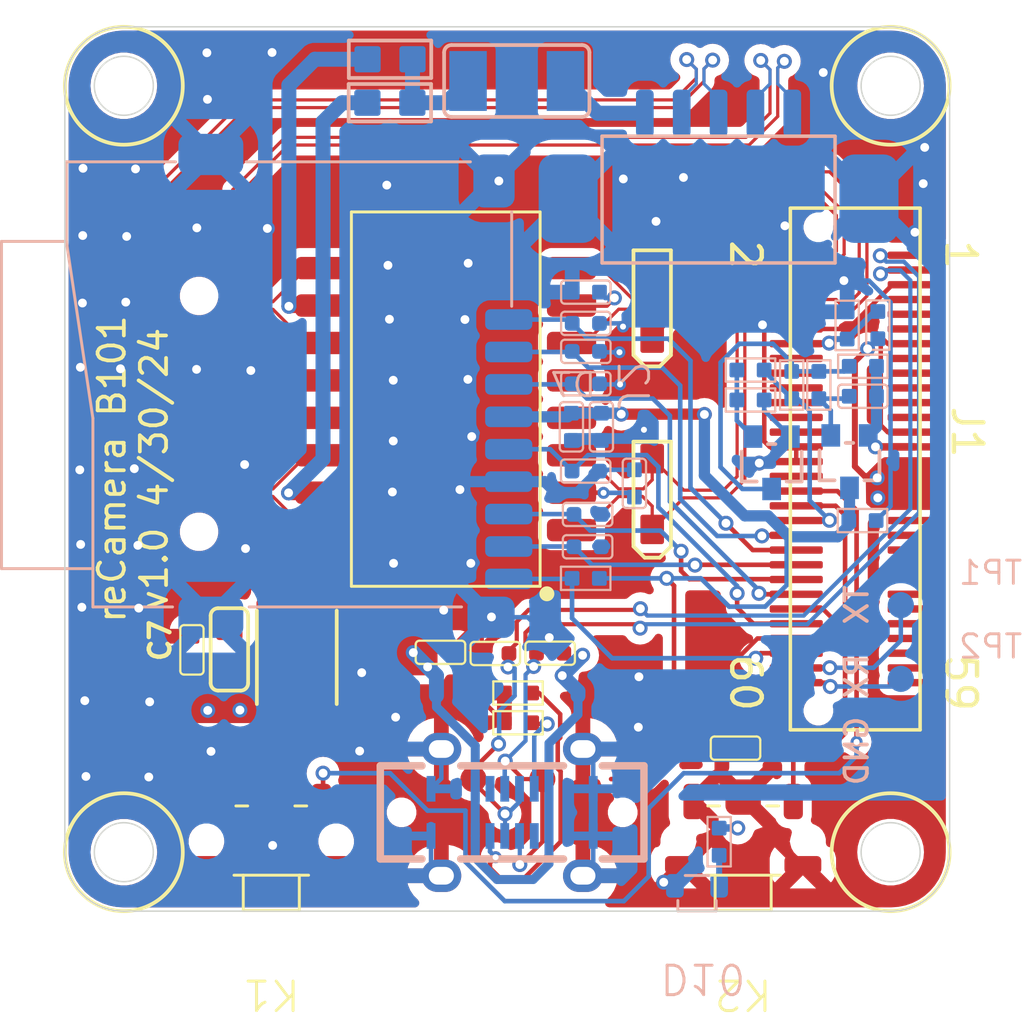
<source format=kicad_pcb>
(kicad_pcb (version 20240108) (generator "pcbnew") (generator_version "8.0")
  (layers (0 "F.Cu" signal) (1 "In1.Cu" signal) (2 "In2.Cu" signal) (31 "B.Cu" signal) (34 "B.Paste" user) (35 "F.Paste" user) (36 "B.SilkS" user "B.Silkscreen") (37 "F.SilkS" user "F.Silkscreen") (38 "B.Mask" user) (39 "F.Mask" user) (44 "Edge.Cuts" user))
  (net 0 "")
  (net 1 "+3V3")
  (net 2 "GND")
  (net 3 "Net-(C3-Pad2)")
  (net 4 "Net-(C4-Pad2)")
  (net 5 "+5V")
  (net 6 "USB_DN")
  (net 7 "USB_DP")
  (net 8 "SDIO_D1{slash}3V3")
  (net 9 "SDIO_D0{slash}3V3")
  (net 10 "SDIO_CLK{slash}3V3")
  (net 11 "SDIO_CMD{slash}3V3")
  (net 12 "SDIO_D3{slash}3V3")
  (net 13 "SDIO_D2{slash}3V3")
  (net 14 "SD_PWR_3V3")
  (net 15 "USB_DET")
  (net 16 "DEBUG_UART0_TX")
  (net 17 "GPIO13")
  (net 18 "Net-(D10-+)")
  (net 19 "GPIO12")
  (net 20 "IIC1_SDA")
  (net 21 "IIC2_SCL")
  (net 22 "SDIO_CD{slash}3V3")
  (net 23 "nRESET")
  (net 24 "IIC2_SDA")
  (net 25 "EPHY_TXN")
  (net 26 "EPHY_RXP")
  (net 27 "PWR_WAKEUP1")
  (net 28 "IIC1_SCL")
  (net 29 "EPHY_RXN")
  (net 30 "UPGRAD_KEY{slash}WL_BT_EN")
  (net 31 "DEBUG_UART0_RX")
  (net 32 "EPHY_TXP")
  (net 33 "GNDPWR")
  (net 34 "Net-(C5-Pad1)")
  (net 35 "SD1_CLK")
  (net 36 "SD1_CMD")
  (net 37 "SD1_D0")
  (net 38 "SD1_D1")
  (net 39 "SD1_D2")
  (net 40 "SD1_D3")
  (net 41 "BT_UART1_TX")
  (net 42 "BT_UART1_RX")
  (net 43 "BT_UART1_RTS")
  (net 44 "BT_UART1_CTS")
  (net 49 "Net-(Q2-G)")
  (net 51 "SD0_PWR_EN")
  (net 52 "VIN")
  (net 57 "RESERVE1")
  (net 60 "RESERVE2")
  (net 62 "Net-(R13-Pad2)")
  (net 63 "Net-(R14-Pad2)")
  (net 64 "/PHYTXN")
  (net 65 "/PHYTXP")
  (net 66 "/PHYRXP")
  (net 67 "/PHYRXN")
  (net 68 "Net-(Q1-B)")
  (net 69 "Net-(Q1-C)")
  (net 70 "Net-(U1-CC1)")
  (net 72 "Net-(U1-CC2)")
  (footprint "Capacitor:C0402" (layer "F.Cu") (at 102.853 104.616 90)
    (property "Reference" "C7")
    (property "Value" "100nF")
  )
  (footprint "Resistor:R0402" (layer "F.Cu") (at 113.91 106.08 180)
    (property "Reference" "R6" (hide yes))
    (property "Value" "5.1K")
  )
  (footprint "Misc:TP-D35MIL" (layer "F.Cu") (at 114.733333 109)
    (property "Reference" "TP4" (hide yes))
    (property "Value" "Test Point" (hide yes))
  )
  (footprint "Misc:TP-D35MIL" (layer "F.Cu") (at 110.066667 109)
    (property "Reference" "TP6" (hide yes))
    (property "Value" "Test Point" (hide yes))
  )
  (footprint "Diode:ESD-0402" (layer "F.Cu") (at 115 104.73)
    (property "Reference" "D3" (hide yes))
    (property "Value" "ESDPSA0402V05")
  )
  (footprint "Diode:SOD-323" (layer "F.Cu") (at 118.46 99.33 90)
    (property "Reference" "D11" (hide yes))
    (property "Value" "UDD32C03L01")
  )
  (footprint "Connector:BTB60-Male-Female-0.5-17.7x4.4mm" (layer "F.Cu") (at 125.344 98.48 -90)
    (property "Reference" "J1")
    (property "Value" "ST-BTB-058060-A")
  )
  (footprint "Diode:SOD-323" (layer "F.Cu") (at 118.46 92.84 90)
    (property "Reference" "D12" (hide yes))
    (property "Value" "UDD32C03L01")
  )
  (footprint "Fuse:F1210" (layer "F.Cu") (at 106.409 104.87 90)
    (property "Reference" "F1" (hide yes))
    (property "Value" "2A")
  )
  (footprint "Misc:TP-D35MIL" (layer "F.Cu") (at 117.61 108.97)
    (property "Reference" "TP7" (hide yes))
    (property "Value" "Test Point" (hide yes))
  )
  (footprint "Diode:ESD-0402" (layer "F.Cu") (at 113.14 104.74 180)
    (property "Reference" "D2" (hide yes))
    (property "Value" "ESDPSA0402V05")
  )
  (footprint "Switch:SW5-SMD-4.56X2.3X1.9MM" (layer "F.Cu") (at 121.544 111.111 180)
    (property "Reference" "K2")
    (property "Value" "TD-1100AP-A4N-D1R")
  )
  (footprint "Capacitor:C0603" (layer "F.Cu") (at 104.123 104.6 90)
    (property "Reference" "C6" (hide yes))
    (property "Value" "10uF")
  )
  (footprint "Resistor:R0402" (layer "F.Cu") (at 113.91 107.09 180)
    (property "Reference" "R7" (hide yes))
    (property "Value" "5.1K")
  )
  (footprint "Misc:TP-D35MIL" (layer "F.Cu") (at 112.4 109)
    (property "Reference" "TP5" (hide yes))
    (property "Value" "Test Point" (hide yes))
  )
  (footprint "" (layer "F.Cu") (at 126.88 108.05)
    (property "Reference" "")
    (property "Value" "")
  )
  (footprint "Capacitor:C0402" (layer "F.Cu") (at 121.285 107.95 180)
    (property "Reference" "C9" (hide yes))
    (property "Value" "10pF")
  )
  (footprint "Switch:SW5-SMD-4.56X2.3X1.9MM" (layer "F.Cu") (at 105.544 111.111 180)
    (property "Reference" "K1")
    (property "Value" "TD-1100AP-A4N-D1R")
  )
  (footprint "Misc:TRF_16p_1d27_12d7x7d15x5d1mm" (layer "F.Cu") (at 111.46 96.11 90)
    (property "Reference" "T1" (hide yes))
    (property "Value" "KHX1631SR")
  )
  (footprint "Diode:ESD-0402" (layer "F.Cu") (at 111.28 104.7)
    (property "Reference" "D1" (hide yes))
    (property "Value" "ESDPSA0402V05")
  )
  (footprint "Capacitor:C1206" (layer "B.Cu") (at 113.8673 85.3177)
    (property "Reference" "C5" (hide yes))
    (property "Value" "1nF")
  )
  (footprint "Capacitor:C0402" (layer "B.Cu") (at 116.736 97.05 -90)
    (property "Reference" "C1" (hide yes))
    (property "Value" "1uF")
  )
  (footprint "Misc:TP-D35MIL" (layer "B.Cu") (at 126.89 105.6 180)
    (property "Reference" "TP2")
    (property "Value" "Test Point" (hide yes))
  )
  (footprint "Connector:MICRO-SD-CARD-9P" (layer "B.Cu") (at 113.595 95.66 90)
    (property "Reference" "J2")
    (property "Value" "ST-TF-003J")
  )
  (footprint "Resistor:R0402" (layer "B.Cu") (at 126.111 93.599 -90)
    (property "Reference" "R5" (hide yes))
    (property "Value" "20K")
  )
  (footprint "Transistor:SOT-323" (layer "B.Cu") (at 122.51 98.27 90)
    (property "Reference" "Q1" (hide yes))
    (property "Value" "S9013W")
  )
  (footprint "Capacitor:C0402" (layer "B.Cu") (at 125.603 96.012 180)
    (property "Reference" "C8" (hide yes))
    (property "Value" "100nF")
  )
  (footprint "Resistor:R0402" (layer "B.Cu") (at 123.19 95.631 -90)
    (property "Reference" "R24" (hide yes))
    (property "Value" "1K")
  )
  (footprint "Capacitor:C0402" (layer "B.Cu") (at 115.72 97.05 -90)
    (property "Reference" "C2" (hide yes))
    (property "Value" "100nF")
  )
  (footprint "Diode:ESD-0402" (layer "B.Cu") (at 116.205 98.552)
    (property "Reference" "D6" (hide yes))
    (property "Value" "ESDPSA0402V05")
  )
  (footprint "Diode:ESD-0402" (layer "B.Cu") (at 116.27 100.02)
    (property "Reference" "D5" (hide yes))
    (property "Value" "ESDPSA0402V05")
  )
  (footprint "Diode:ESD-0402" (layer "B.Cu") (at 116.21 95.59)
    (property "Reference" "D7")
    (property "Value" "ESDPSA0402V05")
  )
  (footprint "Resistor:R0402" (layer "B.Cu") (at 125.07 93.61 -90)
    (property "Reference" "R4" (hide yes))
    (property "Value" "10K")
  )
  (footprint "Resistor:R0603" (layer "B.Cu") (at 109.56475 86.05525 180)
    (property "Reference" "R14" (hide yes))
    (property "Value" "75R")
  )
  (footprint "Resistor:R0402" (layer "B.Cu") (at 121.793 96.139 180)
    (property "Reference" "R3" (hide yes))
    (property "Value" "100K")
  )
  (footprint "Resistor:R0402" (layer "B.Cu") (at 125.603 94.996)
    (property "Reference" "R22" (hide yes))
    (property "Value" "33K")
  )
  (footprint "Diode:ESD-0402" (layer "B.Cu") (at 116.27 101.12)
    (property "Reference" "D4" (hide yes))
    (property "Value" "ESDPSA0402V05")
  )
  (footprint "Capacitor:C0402" (layer "B.Cu") (at 117.856 98.97 -90)
    (property "Reference" "C3" (hide yes))
    (property "Value" "100nF")
  )
  (footprint "UM10B:TYPE-C-SMD_USB4120-03-C" (layer "B.Cu") (at 113.71 110.13 180)
    (property "Reference" "U1" (hide yes))
    (property "Value" "~" (hide yes))
  )
  (footprint "Connector:JST5_2P_1d25_7_9x4_3x3_4mm" (layer "B.Cu") (at 120.71 86.41 180)
    (property "Reference" "J3" (hide yes))
    (property "Value" "1.25-5A-WT")
  )
  (footprint "Diode:ESD-0402" (layer "B.Cu") (at 116.21 94.49)
    (property "Reference" "D8" (hide yes))
    (property "Value" "ESDPSA0402V05")
  )
  (footprint "Diode:LED2-0.6X1.7MM" (layer "B.Cu") (at 119.98 112.621)
    (property "Reference" "D10")
    (property "Value" "27-21/GHC-YR1S2M/3C")
  )
  (footprint "Mosfet:SOT-323" (layer "B.Cu") (at 125.15 98.23 90)
    (property "Reference" "Q2" (hide yes))
    (property "Value" "CJ2101")
  )
  (footprint "Resistor:R0603" (layer "B.Cu") (at 109.57 84.58 180)
    (property "Reference" "R13" (hide yes))
    (property "Value" "75R")
  )
  (footprint "Resistor:R0402" (layer "B.Cu") (at 124.11 95.631 -90)
    (property "Reference" "R20" (hide yes))
    (property "Value" "47K")
  )
  (footprint "Diode:ESD-0402" (layer "B.Cu") (at 116.21 93.54)
    (property "Reference" "D9" (hide yes))
    (property "Value" "ESDPSA0402V05")
  )
  (footprint "Misc:TP-D35MIL" (layer "B.Cu") (at 126.89 103.1 180)
    (property "Reference" "TP1")
    (property "Value" "Test Point" (hide yes))
  )
  (footprint "Resistor:R0402" (layer "B.Cu") (at 120.73 111.125 90)
    (property "Reference" "R1" (hide yes))
    (property "Value" "510R")
  )
  (footprint "Resistor:R0402" (layer "B.Cu") (at 125.59 100.23 180)
    (property "Reference" "R21" (hide yes))
    (property "Value" "100K")
  )
  (footprint "Capacitor:C0402" (layer "B.Cu") (at 116.21 92.48)
    (property "Reference" "C4" (hide yes))
    (property "Value" "100nF")
  )
  (footprint "Resistor:R0402" (layer "B.Cu") (at 121.793 95.123 180)
    (property "Reference" "R2" (hide yes))
    (property "Value" "1K")
  )
  (footprint "Resistor:R0402" (layer "B.Cu") (at 116.205 102.19)
    (property "Reference" "R23" (hide yes))
    (property "Value" "100K")
  )
  (gr_circle (center 100.544 111.48) (end 102.544 111.48) (stroke (width 0.127)) (fill none) (layer "F.SilkS"))
  (gr_circle (center 100.544 85.48) (end 102.544 85.48) (stroke (width 0.127)) (fill none) (layer "F.SilkS"))
  (gr_circle (center 126.544 111.48) (end 128.544 111.48) (stroke (width 0.127)) (fill none) (layer "F.SilkS"))
  (gr_circle (center 126.544 85.48) (end 128.544 85.48) (stroke (width 0.127)) (fill none) (layer "F.SilkS"))
  (gr_line (start 98.544 111.51) (end 98.544 85.48) (stroke (width 0.05)) (layer "Edge.Cuts"))
  (gr_circle (center 100.544 111.48) (end 101.544 111.48) (stroke (width 0.05)) (fill none) (layer "Edge.Cuts"))
  (gr_line (start 126.57 113.48) (end 100.544 113.48) (stroke (width 0.05)) (layer "Edge.Cuts"))
  (gr_arc (start 128.544 111.476) (mid 127.972042 112.886829) (end 126.57 113.48) (stroke (width 0.05)) (layer "Edge.Cuts"))
  (gr_circle (center 126.544 111.48) (end 127.544 111.48) (stroke (width 0.05)) (fill none) (layer "Edge.Cuts"))
  (gr_circle (center 126.544 85.48) (end 127.544 85.48) (stroke (width 0.05)) (fill none) (layer "Edge.Cuts"))
  (gr_arc (start 98.544 85.48) (mid 99.117579 84.070843) (end 100.519586 83.48) (stroke (width 0.05)) (layer "Edge.Cuts"))
  (gr_arc (start 126.54 83.48) (mid 127.95 84.049958) (end 128.544 85.45) (stroke (width 0.05)) (layer "Edge.Cuts"))
  (gr_arc (start 100.544 113.48) (mid 99.136 112.909214) (end 98.544 111.51) (stroke (width 0.05)) (layer "Edge.Cuts"))
  (gr_line (start 128.544 85.45) (end 128.544 111.476) (stroke (width 0.05)) (layer "Edge.Cuts"))
  (gr_line (start 100.519586 83.48) (end 126.54 83.48) (stroke (width 0.05)) (layer "Edge.Cuts"))
  (gr_circle (center 100.544 85.48) (end 101.544 85.48) (stroke (width 0.05)) (fill none) (layer "Edge.Cuts"))
  (gr_text "TX" (at 125.84 103.092 90) (layer "B.SilkS") (effects (font (size 0.762 0.762) (thickness 0.127)) (justify bottom mirror)))
  (gr_text "GND" (at 125.84 108.045 90) (layer "B.SilkS") (effects (font (size 0.762 0.762) (thickness 0.127)) (justify bottom mirror)))
  (gr_text "RX" (at 125.84 105.505 90) (layer "B.SilkS") (effects (font (size 0.762 0.762) (thickness 0.127)) (justify bottom mirror)))
  (gr_text "reCamera B101\nv1.0 4/30/24" (at 102.091 98.48 90) (layer "F.SilkS") (effects (font (size 0.889 0.889) (thickness 0.127)) (justify bottom)))
  (segment (start 126.03 97.73) (end 127.344 97.73) (width 0.254) (layer "F.Cu") (net 1))
  (via (at 126.03 97.73) (size 0.508) (drill 0.29972) (layers "F.Cu" "B.Cu") (net 1))
  (segment (start 126.03 97.73) (end 125.785 97.485) (width 0.254) (layer "B.Cu") (net 1))
  (segment (start 125.785 97.485) (end 125.785 97.341) (width 0.254) (layer "B.Cu") (net 1))
  (segment (start 126.0655 94.996) (end 126.0655 96.012) (width 0.381) (layer "B.Cu") (net 1))
  (segment (start 126.0655 96.012) (end 126.0655 97.0605) (width 0.381) (layer "B.Cu") (net 1))
  (segment (start 126.0655 97.0605) (end 125.785 97.341) (width 0.381) (layer "B.Cu") (net 1))
  (segment (start 126.21 93.995998) (end 126.172001 93.957999) (width 0.1524) (layer "F.Cu") (net 2))
  (segment (start 122.26 93.65) (end 122.26 97.545999) (width 0.1524) (layer "F.Cu") (net 2))
  (segment (start 122.2 93.59) (end 122.26 93.65) (width 0.1524) (layer "F.Cu") (net 2))
  (segment (start 124.61 103.863999) (end 124.243999 104.23) (width 0.1524) (layer "F.Cu") (net 2))
  (segment (start 123.344 93.73) (end 125.102432 93.73) (width 0.1524) (layer "F.Cu") (net 2))
  (segment (start 122.444001 93.73) (end 122.26 93.545999) (width 0.1524) (layer "F.Cu") (net 2))
  (segment (start 124.25 103.23) (end 124.61 103.59) (width 0.1524) (layer "F.Cu") (net 2))
  (segment (start 123.344 103.23) (end 124.25 103.23) (width 0.1524) (layer "F.Cu") (net 2))
  (segment (start 127.344 97.23) (end 126.444001 97.23) (width 0.1524) (layer "F.Cu") (net 2))
  (segment (start 122.444001 97.73) (end 123.344 97.73) (width 0.1524) (layer "F.Cu") (net 2))
  (segment (start 123.344 104.23) (end 122.029342 104.23) (width 0.1524) (layer "F.Cu") (net 2))
  (segment (start 125.944001 93.73) (end 125.102432 93.73) (width 0.1524) (layer "F.Cu") (net 2))
  (segment (start 115.02 104.3175) (end 115.4125 104.71) (width 0.1524) (layer "F.Cu") (net 2))
  (segment (start 122.14 98.23) (end 123.344 98.23) (width 0.1524) (layer "F.Cu") (net 2))
  (segment (start 122.09 98.28) (end 122.14 98.23) (width 0.1524) (layer "F.Cu") (net 2))
  (segment (start 112.6775 104.74) (end 112.6775 106.32) (width 0.1524) (layer "F.Cu") (net 2))
  (segment (start 123.344 93.73) (end 122.444001 93.73) (width 0.1524) (layer "F.Cu") (net 2))
  (segment (start 112.6775 103.8325) (end 113.01 103.5) (width 0.1524) (layer "F.Cu") (net 2))
  (segment (start 120.8225 105.436842) (end 120.8225 107.95) (width 0.1524) (layer "F.Cu") (net 2))
  (segment (start 122.26 92.39) (end 122.42 92.23) (width 0.1524) (layer "F.Cu") (net 2))
  (segment (start 122.2 93.59) (end 122.215999 93.59) (width 0.1524) (layer "F.Cu") (net 2))
  (segment (start 126.172001 93.957999) (end 125.944001 93.73) (width 0.1524) (layer "F.Cu") (net 2))
  (segment (start 122.215999 93.59) (end 122.26 93.545999) (width 0.1524) (layer "F.Cu") (net 2))
  (segment (start 112.6775 106.32) (end 113.4475 107.09) (width 0.1524) (layer "F.Cu") (net 2))
  (segment (start 112.6775 104.74) (end 111.7825 104.74) (width 0.1524) (layer "F.Cu") (net 2))
  (segment (start 125.102432 93.73) (end 126.602432 92.23) (width 0.1524) (layer "F.Cu") (net 2))
  (segment (start 126.444001 94.23) (end 126.172001 93.957999) (width 0.1524) (layer "F.Cu") (net 2))
  (segment (start 112.6775 104.74) (end 112.6775 103.8325) (width 0.1524) (layer "F.Cu") (net 2))
  (segment (start 122.26 97.545999) (end 122.444001 97.73) (width 0.1524) (layer "F.Cu") (net 2))
  (segment (start 124.243999 104.23) (end 123.344 104.23) (width 0.1524) (layer "F.Cu") (net 2))
  (segment (start 127.344 94.23) (end 126.444001 94.23) (width 0.1524) (layer "F.Cu") (net 2))
  (segment (start 126.602432 92.23) (end 127.344 92.23) (width 0.1524) (layer "F.Cu") (net 2))
  (segment (start 123.344 98.23) (end 123.344 97.73) (width 0.1524) (layer "F.Cu") (net 2))
  (segment (start 115.02 104.29) (end 115.02 104.3175) (width 0.1524) (layer "F.Cu") (net 2))
  (segment (start 126.21 96.995999) (end 126.21 93.995998) (width 0.1524) (layer "F.Cu") (net 2))
  (segment (start 122.26 93.545999) (end 122.26 92.39) (width 0.1524) (layer "F.Cu") (net 2))
  (segment (start 122.42 92.23) (end 123.344 92.23) (width 0.1524) (layer "F.Cu") (net 2))
  (segment (start 126.444001 97.23) (end 126.21 96.995999) (width 0.1524) (layer "F.Cu") (net 2))
  (segment (start 122.029342 104.23) (end 120.8225 105.436842) (width 0.1524) (layer "F.Cu") (net 2))
  (segment (start 124.61 103.59) (end 124.61 103.863999) (width 0.1524) (layer "F.Cu") (net 2))
  (segment (start 111.7825 104.74) (end 111.7425 104.7) (width 0.1524) (layer "F.Cu") (net 2))
  (via (at 99.08 101.04) (size 0.508) (drill 0.29972) (layers "F.Cu" "B.Cu") (net 2))
  (via (at 113.26 88.71) (size 0.508) (drill 0.29972) (layers "F.Cu" "B.Cu") (net 2))
  (via (at 117.48 88.64) (size 0.508) (drill 0.29972) (layers "F.Cu" "B.Cu") (net 2))
  (via (at 105.41 90.32) (size 0.508) (drill 0.29972) (layers "F.Cu" "B.Cu") (net 2))
  (via (at 99.14 92.85) (size 0.508) (drill 0.29972) (layers "F.Cu" "B.Cu") (net 2))
  (via (at 100.64 90.59) (size 0.508) (drill 0.29972) (layers "F.Cu" "B.Cu") (net 2))
  (via (at 100.94 88.3) (size 0.508) (drill 0.29972) (layers "F.Cu" "B.Cu") (net 2))
  (via (at 109.55 93.4) (size 0.508) (drill 0.29972) (layers "F.Cu" "B.Cu") (net 2))
  (via (at 119.52 88.59) (size 0.508) (drill 0.29972) (layers "F.Cu" "B.Cu") (net 2))
  (via (at 114.97 104.2) (size 0.508) (drill 0.29972) (layers "F.Cu" "B.Cu") (net 2))
  (via (at 122.2 93.59) (size 0.508) (drill 0.29972) (layers "F.Cu" "B.Cu") (net 2))
  (via (at 99.22 106.34) (size 0.508) (drill 0.29972) (layers "F.Cu" "B.Cu") (net 2))
  (via (at 104.64 98.33) (size 0.508) (drill 0.29972) (layers "F.Cu" "B.Cu") (net 2))
  (via (at 105.57 84.35) (size 0.508) (drill 0.29972) (layers "F.Cu" "B.Cu") (net 2))
  (via (at 100.43 95.08) (size 0.508) (drill 0.29972) (layers "F.Cu" "B.Cu") (net 2))
  (via (at 101.39 108.93) (size 0.508) (drill 0.29972) (layers "F.Cu" "B.Cu") (net 2))
  (via (at 127.65 88.8) (size 0.508) (drill 0.29972) (layers "F.Cu" "B.Cu") (net 2))
  (via (at 108.54 108.05) (size 0.508) (drill 0.29972) (layers "F.Cu" "B.Cu") (net 2))
  (via (at 117.35 94.52) (size 0.4064) (drill 0.2032) (layers "F.Cu" "B.Cu") (net 2))
  (via (at 127.7 87.57) (size 0.508) (drill 0.29972) (layers "F.Cu" "B.Cu") (net 2))
  (via (at 118.18 97.15) (size 0.4064) (drill 0.2032) (layers "F.Cu" "B.Cu") (net 2))
  (via (at 122.09 98.28) (size 0.508) (drill 0.29972) (layers "F.Cu" "B.Cu") (net 2))
  (via (at 101.02 101.07) (size 0.508) (drill 0.29972) (layers "F.Cu" "B.Cu") (net 2))
  (via (at 118.01 105.53) (size 0.508) (drill 0.29972) (layers "F.Cu" "B.Cu") (net 2))
  (via (at 117.99 107.24) (size 0.508) (drill 0.29972) (layers "F.Cu" "B.Cu") (net 2))
  (via (at 99.26 108.91) (size 0.508) (drill 0.29972) (layers "F.Cu" "B.Cu") (net 2))
  (via (at 99.16 88.28) (size 0.508) (drill 0.29972) (layers "F.Cu" "B.Cu") (net 2))
  (via (at 99.05 98.51) (size 0.508) (drill 0.29972) (layers "F.Cu" "B.Cu") (net 2))
  (via (at 109.65 99.26) (size 0.508) (drill 0.29972) (layers "F.Cu" "B.Cu") (net 2))
  (via (at 100.9 98.47) (size 0.508) (drill 0.29972) (layers "F.Cu" "B.Cu") (net 2))
  (via (at 101.05 103.2) (size 0.508) (drill 0.29972) (layers "F.Cu" "B.Cu") (net 2))
  (via (at 117.37 95.61) (size 0.4064) (drill 0.2032) (layers "F.Cu" "B.Cu") (net 2))
  (via (at 99.12 103.17) (size 0.508) (drill 0.29972) (layers "F.Cu" "B.Cu") (net 2))
  (via (at 117.47 93.65) (size 0.4064) (drill 0.2032) (layers "F.Cu" "B.Cu") (net 2))
  (via (at 109.68 95.47) (size 0.508) (drill 0.29972) (layers "F.Cu" "B.Cu") (net 2))
  (via (at 105.59 111.25) (size 0.508) (drill 0.29972) (layers "F.Cu" "B.Cu") (net 2))
  (via (at 112.22 91.5) (size 0.508) (drill 0.29972) (layers "F.Cu" "B.Cu") (net 2))
  (via (at 124.96 92.09) (size 0.508) (drill 0.29972) (layers "F.Cu" "B.Cu") (net 2))
  (via (at 99.15 90.56) (size 0.508) (drill 0.29972) (layers "F.Cu" "B.Cu") (net 2))
  (via (at 99.07 95.03) (size 0.508) (drill 0.29972) (layers "F.Cu" "B.Cu") (net 2))
  (via (at 109.69 101.68) (size 0.508) (drill 0.29972) (layers "F.Cu" "B.Cu") (net 2))
  (via (at 112.34 97.38) (size 0.508) (drill 0.29972) (layers "F.Cu" "B.Cu") (net 2))
  (via (at 108.61 105.39) (size 0.508) (drill 0.29972) (layers "F.Cu" "B.Cu") (net 2))
  (via (at 118.85 112.5) (size 0.508) (drill 0.29972) (layers "F.Cu" "B.Cu") (net 2))
  (via (at 111.39 103.27) (size 0.508) (drill 0.29972) (layers "F.Cu" "B.Cu") (net 2))
  (via (at 109.68 97.53) (size 0.508) (drill 0.29972) (layers "F.Cu" "B.Cu") (net 2))
  (via (at 103.38 85.94) (size 0.508) (drill 0.29972) (layers "F.Cu" "B.Cu") (net 2))
  (via (at 104.85 95.14) (size 0.508) (drill 0.29972) (layers "F.Cu" "B.Cu") (net 2))
  (via (at 101.42 106.38) (size 0.508) (drill 0.29972) (layers "F.Cu" "B.Cu") (net 2))
  (via (at 127.37 90.45) (size 0.508) (drill 0.29972) (layers "F.Cu" "B.Cu") (net 2))
  (via (at 103.36 84.36) (size 0.508) (drill 0.29972) (layers "F.Cu" "B.Cu") (net 2))
  (via (at 109.76 106.9) (size 0.508) (drill 0.29972) (layers "F.Cu" "B.Cu") (net 2))
  (via (at 112.11 93.41) (size 0.508) (drill 0.29972) (layers "F.Cu" "B.Cu") (net 2))
  (via (at 104.67 101.18) (size 0.508) (drill 0.29972) (layers "F.Cu" "B.Cu") (net 2))
  (via (at 113.01 103.5) (size 0.508) (drill 0.29972) (layers "F.Cu" "B.Cu") (net 2))
  (via (at 118.59 90.08) (size 0.508) (drill 0.29972) (layers "F.Cu" "B.Cu") (net 2))
  (via (at 112.31 101.68) (size 0.508) (drill 0.29972) (layers "F.Cu" "B.Cu") (net 2))
  (via (at 122.96 90.23) (size 0.508) (drill 0.29972) (layers "F.Cu" "B.Cu") (net 2))
  (via (at 124.26 85.03) (size 0.508) (drill 0.29972) (layers "F.Cu" "B.Cu") (net 2))
  (via (at 103.02 90.3) (size 0.508) (drill 0.29972) (layers "F.Cu" "B.Cu") (net 2))
  (via (at 109.46 88.85) (size 0.508) (drill 0.29972) (layers "F.Cu" "B.Cu") (net 2))
  (via (at 109.5 91.57) (size 0.508) (drill 0.29972) (layers "F.Cu" "B.Cu") (net 2))
  (via (at 100.61 92.82) (size 0.508) (drill 0.29972) (layers "F.Cu" "B.Cu") (net 2))
  (via (at 103.5 108.06) (size 0.508) (drill 0.29972) (layers "F.Cu" "B.Cu") (net 2))
  (via (at 111.94 99.18) (size 0.508) (drill 0.29972) (layers "F.Cu" "B.Cu") (net 2))
  (via (at 112.21 95.44) (size 0.508) (drill 0.29972) (layers "F.Cu" "B.Cu") (net 2))
  (via (at 103.01 95.1) (size 0.508) (drill 0.29972) (layers "F.Cu" "B.Cu") (net 2))
  (segment (start 122.2555 96.139) (end 122.2555 96.4915) (width 0.1524) (layer "B.Cu") (net 2))
  (segment (start 116.46 111.93) (end 116.11 112.28) (width 0.1524) (layer "B.Cu") (net 2))
  (segment (start 111.94 99.18) (end 112.21 98.91) (width 0.381) (layer "B.Cu") (net 2))
  (segment (start 116.46 109.502084) (end 116.473 109.489084) (width 0.1524) (layer "B.Cu") (net 2))
  (segment (start 117.856 98.5075) (end 116.712 98.5075) (width 0.1524) (layer "B.Cu") (net 2))
  (segment (start 116.46 109.33) (end 116.46 108.33) (width 0.1524) (layer "B.Cu") (net 2))
  (segment (start 111.31 107.98) (end 111.31 108.98) (width 0.1524) (layer "B.Cu") (net 2))
  (segment (start 110.96 111.93) (end 111.31 112.28) (width 0.1524) (layer "B.Cu") (net 2))
  (segment (start 117.35 94.52) (end 116.7025 94.52) (width 0.1524) (layer "B.Cu") (net 2))
  (segment (start 117.36 93.54) (end 116.6725 93.54) (width 0.1524) (layer "B.Cu") (net 2))
  (segment (start 126.5418 99.7407) (end 126.5418 92.8218) (width 0.1524) (layer "B.Cu") (net 2))
  (segment (start 114.82 98.91) (end 115.19 99.28) (width 0.381) (layer "B.Cu") (net 2))
  (segment (start 115.9395 99.28) (end 116.6675 98.552) (width 0.381) (layer "B.Cu") (net 2))
  (segment (start 116.7025 94.52) (end 116.6725 94.49) (width 0.1524) (layer "B.Cu") (net 2))
  (segment (start 116.46 109.466162) (end 116.528081 109.398081) (width 0.1016) (layer "B.Cu") (net 2))
  (segment (start 111.31 108.98) (end 110.96 109.33) (width 0.1524) (layer "B.Cu") (net 2))
  (segment (start 116.6925 95.61) (end 116.6725 95.59) (width 0.1524) (layer "B.Cu") (net 2))
  (segment (start 126.5418 92.8218) (end 125.81 92.09) (width 0.1524) (layer "B.Cu") (net 2))
  (segment (start 116.46 110.93) (end 116.46 109.502084) (width 0.1524) (layer "B.Cu") (net 2))
  (segment (start 112.21 98.91) (end 113.595 98.91) (width 0.381) (layer "B.Cu") (net 2))
  (segment (start 114.24 103.51) (end 115.02 104.29) (width 0.1524) (layer "B.Cu") (net 2))
  (segment (start 112.995 103.51) (end 114.24 103.51) (width 0.1524) (layer "B.Cu") (net 2))
  (segment (start 110.96 110.93) (end 110.96 111.93) (width 0.1524) (layer "B.Cu") (net 2))
  (segment (start 117.37 95.61) (end 116.6925 95.61) (width 0.1524) (layer "B.Cu") (net 2))
  (segment (start 115.72 97.5125) (end 116.736 97.5125) (width 0.3048) (layer "B.Cu") (net 2))
  (segment (start 115.19 99.28) (end 115.9395 99.28) (width 0.381) (layer "B.Cu") (net 2))
  (segment (start 116.46 110.93) (end 116.46 111.93) (width 0.1524) (layer "B.Cu") (net 2))
  (segment (start 126.0525 100.23) (end 126.5418 99.7407) (width 0.1524) (layer "B.Cu") (net 2))
  (segment (start 122.2555 96.4915) (end 123.145 97.381) (width 0.1524) (layer "B.Cu") (net 2))
  (segment (start 117.47 93.65) (end 117.36 93.54) (width 0.1524) (layer "B.Cu") (net 2))
  (segment (start 116.712 98.5075) (end 116.6675 98.552) (width 0.1524) (layer "B.Cu") (net 2))
  (segment (start 116.46 108.33) (end 116.11 107.98) (width 0.1524) (layer "B.Cu") (net 2))
  (segment (start 113.595 98.91) (end 114.82 98.91) (width 0.381) (layer "B.Cu") (net 2))
  (segment (start 125.81 92.09) (end 124.96 92.09) (width 0.1524) (layer "B.Cu") (net 2))
  (segment (start 116.805 99.285) (end 116.81 99.29) (width 0.156464) (layer "F.Cu") (net 3))
  (segment (start 115.725 99.285) (end 116.805 99.285) (width 0.156464) (layer "F.Cu") (net 3))
  (via (at 116.81 99.29) (size 0.4064) (drill 0.2032) (layers "F.Cu" "B.Cu") (net 3))
  (segment (start 117.621737 99.29) (end 117.625237 99.2935) (width 0.156464) (layer "B.Cu") (net 3))
  (segment (start 116.81 99.29) (end 117.621737 99.29) (width 0.156464) (layer "B.Cu") (net 3))
  (segment (start 116.919987 92.935) (end 115.725 92.935) (width 0.156464) (layer "F.Cu") (net 4))
  (segment (start 117.177521 92.677466) (end 116.919987 92.935) (width 0.156464) (layer "F.Cu") (net 4))
  (via (at 117.177521 92.677466) (size 0.508) (drill 0.29972) (layers "F.Cu" "B.Cu") (net 4))
  (segment (start 116.869966 92.677466) (end 116.6725 92.48) (width 0.156464) (layer "B.Cu") (net 4))
  (segment (start 117.177521 92.677466) (end 116.869966 92.677466) (width 0.156464) (layer "B.Cu") (net 4))
  (via (at 116.1 104.8) (size 0.508) (drill 0.29972) (layers "F.Cu" "B.Cu") (net 5))
  (via (at 110.845 105.195) (size 0.508) (drill 0.29972) (layers "F.Cu" "B.Cu") (net 5))
  (via (at 115.41 105.49) (size 0.508) (drill 0.29972) (layers "F.Cu" "B.Cu") (net 5))
  (via (at 110.36 104.71) (size 0.508) (drill 0.29972) (layers "F.Cu" "B.Cu") (net 5))
  (segment (start 111.144 106.551972) (end 111.144 106.175) (width 0.3048) (layer "B.Cu") (net 5))
  (segment (start 112.46 110.93) (end 112.46 109.33) (width 0.3048) (layer "B.Cu") (net 5))
  (segment (start 112.46 109.33) (end 112.46 107.867972) (width 0.3048) (layer "B.Cu") (net 5))
  (segment (start 112.46 111.6698) (end 112.46 110.93) (width 0.3048) (layer "B.Cu") (net 5))
  (segment (start 114.422 112.408) (end 113.1982 112.408) (width 0.3048) (layer "B.Cu") (net 5))
  (segment (start 114.96 109.33) (end 114.96 110.93) (width 0.3048) (layer "B.Cu") (net 5))
  (segment (start 110.845 105.195) (end 111.144 105.494) (width 0.508) (layer "B.Cu") (net 5))
  (segment (start 114.96 111.87) (end 114.422 112.408) (width 0.3048) (layer "B.Cu") (net 5))
  (segment (start 115.944 106.804421) (end 115.944 106.175) (width 0.3048) (layer "B.Cu") (net 5))
  (segment (start 111.144 105.494) (end 111.144 106.175) (width 0.508) (layer "B.Cu") (net 5))
  (segment (start 114.96 109.33) (end 114.96 107.788421) (width 0.3048) (layer "B.Cu") (net 5))
  (segment (start 113.1982 112.408) (end 112.46 111.6698) (width 0.3048) (layer "B.Cu") (net 5))
  (segment (start 115.41 105.49) (end 115.944 106.024) (width 0.503174) (layer "B.Cu") (net 5))
  (segment (start 114.96 107.788421) (end 115.944 106.804421) (width 0.3048) (layer "B.Cu") (net 5))
  (segment (start 110.36 104.71) (end 111.144 105.494) (width 0.508) (layer "B.Cu") (net 5))
  (segment (start 115.944 106.024) (end 115.944 106.175) (width 0.503174) (layer "B.Cu") (net 5))
  (segment (start 114.96 110.93) (end 114.96 111.87) (width 0.3048) (layer "B.Cu") (net 5))
  (segment (start 115.41 105.49) (end 116.1 104.8) (width 0.503174) (layer "B.Cu") (net 5))
  (segment (start 112.46 107.867972) (end 111.144 106.551972) (width 0.3048) (layer "B.Cu") (net 5))
  (segment (start 114.450971 103.747193) (end 117.917793 103.747193) (width 0.141986) (layer "F.Cu") (net 6))
  (segment (start 113.475793 108.39) (end 114.085793 109) (width 0.141986) (layer "F.Cu") (net 6))
  (segment (start 114.44 105.18) (end 114.44 104.7575) (width 0.141986) (layer "F.Cu") (net 6))
  (segment (start 114.162193 104.035971) (end 114.450971 103.747193) (width 0.141986) (layer "F.Cu") (net 6))
  (segment (start 126.209798 91.23) (end 127.344 91.23) (width 0.141986) (layer "F.Cu") (net 6))
  (segment (start 114.4875 104.71) (end 114.162193 104.384693) (width 0.141986) (layer "F.Cu") (net 6))
  (segment (start 114.085793 109) (end 114.733333 109) (width 0.141986) (layer "F.Cu") (net 6))
  (segment (start 117.917793 103.747193) (end 118.05 103.8794) (width 0.141986) (layer "F.Cu") (net 6))
  (segment (start 114.733333 111.136667) (end 113.97 111.9) (width 0.141986) (layer "F.Cu") (net 6))
  (segment (start 114.44 104.7575) (end 114.4875 104.71) (width 0.141986) (layer "F.Cu") (net 6))
  (segment (start 114.733333 109) (end 114.733333 111.136667) (width 0.141986) (layer "F.Cu") (net 6))
  (segment (start 114.162193 104.384693) (end 114.162193 104.035971) (width 0.141986) (layer "F.Cu") (net 6))
  (segment (start 126.194899 91.244899) (end 126.209798 91.23) (width 0.141986) (layer "F.Cu") (net 6))
  (via (at 118.05 103.8794) (size 0.508) (drill 0.29972) (layers "F.Cu" "B.Cu") (net 6))
  (via (at 126.194899 91.244899) (size 0.508) (drill 0.29972) (layers "F.Cu" "B.Cu") (net 6))
  (via (at 113.97 111.9) (size 0.508) (drill 0.29972) (layers "F.Cu" "B.Cu") (net 6))
  (via (at 114.44 105.18) (size 0.508) (drill 0.29972) (layers "F.Cu" "B.Cu") (net 6))
  (via (at 113.475793 108.39) (size 0.508) (drill 0.29972) (layers "F.Cu" "B.Cu") (net 6))
  (segment (start 113.97 110.94) (end 113.96 110.93) (width 0.141986) (layer "B.Cu") (net 6))
  (segment (start 113.46 108.405793) (end 113.46 109.33) (width 0.1524) (layer "B.Cu") (net 6))
  (segment (start 114.44 105.18) (end 114.165231 105.454769) (width 0.141986) (layer "B.Cu") (net 6))
  (segment (start 113.475793 108.39) (end 113.46 108.405793) (width 0.1524) (layer "B.Cu") (net 6))
  (segment (start 126.194899 91.244899) (end 126.39664 91.44664) (width 0.141986) (layer "B.Cu") (net 6))
  (segment (start 114.165231 107.700562) (end 113.475793 108.39) (width 0.141986) (layer "B.Cu") (net 6))
  (segment (start 114.165231 105.454769) (end 114.165231 107.700562) (width 0.141986) (layer "B.Cu") (net 6))
  (segment (start 127.507193 91.959029) (end 127.507193 99.960971) (width 0.141986) (layer "B.Cu") (net 6))
  (segment (start 126.39664 91.44664) (end 126.994804 91.44664) (width 0.141986) (layer "B.Cu") (net 6))
  (segment (start 118.182207 103.747193) (end 118.05 103.8794) (width 0.141986) (layer "B.Cu") (net 6))
  (segment (start 123.720971 103.747193) (end 118.182207 103.747193) (width 0.141986) (layer "B.Cu") (net 6))
  (segment (start 127.507193 99.960971) (end 123.720971 103.747193) (width 0.141986) (layer "B.Cu") (net 6))
  (segment (start 113.97 111.9) (end 113.97 110.94) (width 0.141986) (layer "B.Cu") (net 6))
  (segment (start 126.994804 91.44664) (end 127.507193 91.959029) (width 0.141986) (layer "B.Cu") (net 6))
  (segment (start 113.867807 103.662193) (end 114.27 103.26) (width 0.141986) (layer "F.Cu") (net 7))
  (segment (start 114.27 103.26) (end 118.02 103.26) (width 0.141986) (layer "F.Cu") (net 7))
  (segment (start 112.4 108.66) (end 112.4 109) (width 0.1524) (layer "F.Cu") (net 7))
  (segment (start 118.02 103.26) (end 118.06 103.22) (width 0.141986) (layer "F.Cu") (net 7))
  (segment (start 126.2 91.86) (end 126.33 91.73) (width 0.141986) (layer "F.Cu") (net 7))
  (segment (start 113.57 104.7175) (end 113.5525 104.7) (width 0.141986) (layer "F.Cu") (net 7))
  (segment (start 113.47 110.18) (end 112.4 109.11) (width 0.141986) (layer "F.Cu") (net 7))
  (segment (start 112.4 109.11) (end 112.4 109) (width 0.141986) (layer "F.Cu") (net 7))
  (segment (start 113.25 107.81) (end 112.4 108.66) (width 0.1524) (layer "F.Cu") (net 7))
  (segment (start 126.33 91.73) (end 127.344 91.73) (width 0.141986) (layer "F.Cu") (net 7))
  (segment (start 113.5525 104.7) (end 113.867807 104.384693) (width 0.141986) (layer "F.Cu") (net 7))
  (segment (start 113.867807 104.384693) (end 113.867807 103.662193) (width 0.141986) (layer "F.Cu") (net 7))
  (segment (start 113.57 105.1964) (end 113.57 104.7175) (width 0.141986) (layer "F.Cu") (net 7))
  (via (at 118.06 103.22) (size 0.508) (drill 0.29972) (layers "F.Cu" "B.Cu") (net 7))
  (via (at 126.2 91.86) (size 0.508) (drill 0.29972) (layers "F.Cu" "B.Cu") (net 7))
  (via (at 113.47 110.18) (size 0.508) (drill 0.29972) (layers "F.Cu" "B.Cu") (net 7))
  (via (at 113.57 105.1964) (size 0.508) (drill 0.29972) (layers "F.Cu" "B.Cu") (net 7))
  (via (at 113.25 107.81) (size 0.508) (drill 0.29972) (layers "F.Cu" "B.Cu") (net 7))
  (segment (start 113.634334 105.1964) (end 113.690734 105.14) (width 0.141986) (layer "B.Cu") (net 7))
  (segment (start 127.212807 99.839029) (end 127.212807 92.080971) (width 0.141986) (layer "B.Cu") (net 7))
  (segment (start 113.794 106.175) (end 113.27 106.699) (width 0.1524) (layer "B.Cu") (net 7))
  (segment (start 123.599029 103.452807) (end 127.212807 99.839029) (width 0.141986) (layer "B.Cu") (net 7))
  (segment (start 113.27 106.699) (end 113.27 107.82) (width 0.1524) (layer "B.Cu") (net 7))
  (segment (start 113.47 110.18) (end 113.5506 110.18) (width 0.1524) (layer "B.Cu") (net 7))
  (segment (start 126.318974 91.741026) (end 126.2 91.86) (width 0.141986) (layer "B.Cu") (net 7))
  (segment (start 113.96 109.7706) (end 113.96 109.33) (width 0.1524) (layer "B.Cu") (net 7))
  (segment (start 113.57 105.1964) (end 113.747134 105.1964) (width 0.141986) (layer "B.Cu") (net 7))
  (segment (start 113.47 110.92) (end 113.46 110.93) (width 0.141986) (layer "B.Cu") (net 7))
  (segment (start 113.5506 110.18) (end 113.96 109.7706) (width 0.1524) (layer "B.Cu") (net 7))
  (segment (start 113.57 105.1964) (end 113.634334 105.1964) (width 0.141986) (layer "B.Cu") (net 7))
  (segment (start 113.47 110.18) (end 113.47 110.92) (width 0.141986) (layer "B.Cu") (net 7))
  (segment (start 118.292807 103.452807) (end 123.599029 103.452807) (width 0.141986) (layer "B.Cu") (net 7))
  (segment (start 127.212807 92.080971) (end 126.872862 91.741026) (width 0.141986) (layer "B.Cu") (net 7))
  (segment (start 113.747134 105.1964) (end 113.794 105.243266) (width 0.141986) (layer "B.Cu") (net 7))
  (segment (start 118.06 103.22) (end 118.292807 103.452807) (width 0.141986) (layer "B.Cu") (net 7))
  (segment (start 113.794 105.243266) (end 113.794 106.175) (width 0.1524) (layer "B.Cu") (net 7))
  (segment (start 126.872862 91.741026) (end 126.318974 91.741026) (width 0.141986) (layer "B.Cu") (net 7))
  (segment (start 119.92 101.73) (end 123.344 101.73) (width 0.156464) (layer "F.Cu") (net 8))
  (segment (start 119.91 101.74) (end 119.92 101.73) (width 0.156464) (layer "F.Cu") (net 8))
  (via (at 119.91 101.74) (size 0.508) (drill 0.29972) (layers "F.Cu" "B.Cu") (net 8))
  (segment (start 119.9 101.73) (end 116.4175 101.73) (width 0.156464) (layer "B.Cu") (net 8))
  (segment (start 119.91 101.74) (end 119.9 101.73) (width 0.156464) (layer "B.Cu") (net 8))
  (segment (start 116.4175 101.73) (end 115.8075 101.12) (width 0.156464) (layer "B.Cu") (net 8))
  (segment (start 113.595 101.11) (end 115.7975 101.11) (width 0.156464) (layer "B.Cu") (net 8))
  (segment (start 115.7975 101.11) (end 115.8075 101.12) (width 0.156464) (layer "B.Cu") (net 8))
  (segment (start 123.332001 102.218001) (end 123.344 102.23) (width 0.156464) (layer "F.Cu") (net 9))
  (segment (start 119.44 101.27) (end 119.44 101.94) (width 0.156464) (layer "F.Cu") (net 9))
  (segment (start 119.718001 102.218001) (end 123.332001 102.218001) (width 0.156464) (layer "F.Cu") (net 9))
  (segment (start 119.44 101.94) (end 119.718001 102.218001) (width 0.156464) (layer "F.Cu") (net 9))
  (via (at 119.44 101.27) (size 0.508) (drill 0.29972) (layers "F.Cu" "B.Cu") (net 9))
  (segment (start 116.3575 100.57) (end 115.8075 100.02) (width 0.156464) (layer "B.Cu") (net 9))
  (segment (start 118.74 100.57) (end 116.3575 100.57) (width 0.156464) (layer "B.Cu") (net 9))
  (segment (start 113.595 100.01) (end 115.7975 100.01) (width 0.156464) (layer "B.Cu") (net 9))
  (segment (start 119.44 101.27) (end 118.74 100.57) (width 0.156464) (layer "B.Cu") (net 9))
  (segment (start 115.7975 100.01) (end 115.8075 100.02) (width 0.156464) (layer "B.Cu") (net 9))
  (segment (start 121.89 103.73) (end 123.344 103.73) (width 0.156464) (layer "F.Cu") (net 10))
  (segment (start 121.34 103.18) (end 121.89 103.73) (width 0.156464) (layer "F.Cu") (net 10))
  (segment (start 121.34 102.7) (end 121.34 103.18) (width 0.156464) (layer "F.Cu") (net 10))
  (via (at 121.34 102.7) (size 0.508) (drill 0.29972) (layers "F.Cu" "B.Cu") (net 10))
  (segment (start 121.34 102.45) (end 118.67 99.78) (width 0.156464) (layer "B.Cu") (net 10))
  (segment (start 116.2845 98.01) (end 115.7425 98.552) (width 0.156464) (layer "B.Cu") (net 10))
  (segment (start 113.595 97.81) (end 115.0005 97.81) (width 0.156464) (layer "B.Cu") (net 10))
  (segment (start 118.67 99.78) (end 118.67 98.41) (width 0.156464) (layer "B.Cu") (net 10))
  (segment (start 118.67 98.41) (end 118.27 98.01) (width 0.156464) (layer "B.Cu") (net 10))
  (segment (start 121.34 102.7) (end 121.34 102.45) (width 0.156464) (layer "B.Cu") (net 10))
  (segment (start 118.27 98.01) (end 116.2845 98.01) (width 0.156464) (layer "B.Cu") (net 10))
  (segment (start 115.0005 97.81) (end 115.7425 98.552) (width 0.156464) (layer "B.Cu") (net 10))
  (segment (start 122.08 102.7) (end 122.11 102.73) (width 0.156464) (layer "F.Cu") (net 11))
  (segment (start 122.11 102.73) (end 123.344 102.73) (width 0.156464) (layer "F.Cu") (net 11))
  (via (at 122.08 102.7) (size 0.508) (drill 0.29972) (layers "F.Cu" "B.Cu") (net 11))
  (segment (start 119.06 99.58) (end 119.06 96.67) (width 0.156464) (layer "B.Cu") (net 11))
  (segment (start 113.595 95.61) (end 115.7275 95.61) (width 0.156464) (layer "B.Cu") (net 11))
  (segment (start 122.08 102.6) (end 119.06 99.58) (width 0.156464) (layer "B.Cu") (net 11))
  (segment (start 119.06 96.67) (end 118.48 96.09) (width 0.156464) (layer "B.Cu") (net 11))
  (segment (start 115.7275 95.61) (end 115.7475 95.59) (width 0.156464) (layer "B.Cu") (net 11))
  (segment (start 116.2475 96.09) (end 115.7475 95.59) (width 0.156464) (layer "B.Cu") (net 11))
  (segment (start 122.08 102.7) (end 122.08 102.6) (width 0.156464) (layer "B.Cu") (net 11))
  (segment (start 118.48 96.09) (end 116.2475 96.09) (width 0.156464) (layer "B.Cu") (net 11))
  (segment (start 122.2 100.73) (end 123.344 100.73) (width 0.156464) (layer "F.Cu") (net 12))
  (segment (start 122.18 100.75) (end 122.2 100.73) (width 0.156464) (layer "F.Cu") (net 12))
  (via (at 122.18 100.75) (size 0.508) (drill 0.29972) (layers "F.Cu" "B.Cu") (net 12))
  (segment (start 122.176168 100.753832) (end 120.663832 100.753832) (width 0.156464) (layer "B.Cu") (net 12))
  (segment (start 116.29 95.04) (end 115.7475 94.4975) (width 0.156464) (layer "B.Cu") (net 12))
  (segment (start 120.663832 100.753832) (end 119.41 99.5) (width 0.156464) (layer "B.Cu") (net 12))
  (segment (start 113.595 94.51) (end 115.7275 94.51) (width 0.156464) (layer "B.Cu") (net 12))
  (segment (start 115.7275 94.51) (end 115.7475 94.49) (width 0.156464) (layer "B.Cu") (net 12))
  (segment (start 115.7475 94.4975) (end 115.7475 94.49) (width 0.156464) (layer "B.Cu") (net 12))
  (segment (start 119.41 99.5) (end 119.41 95.65) (width 0.156464) (layer "B.Cu") (net 12))
  (segment (start 118.8 95.04) (end 116.29 95.04) (width 0.156464) (layer "B.Cu") (net 12))
  (segment (start 122.18 100.75) (end 122.176168 100.753832) (width 0.156464) (layer "B.Cu") (net 12))
  (segment (start 119.41 95.65) (end 118.8 95.04) (width 0.156464) (layer "B.Cu") (net 12))
  (segment (start 120.96 100.32) (end 121.87 101.23) (width 0.156464) (layer "F.Cu") (net 13))
  (segment (start 121.87 101.23) (end 123.344 101.23) (width 0.156464) (layer "F.Cu") (net 13))
  (via (at 120.96 100.32) (size 0.508) (drill 0.29972) (layers "F.Cu" "B.Cu") (net 13))
  (segment (start 119.010168 94.060168) (end 119.757668 94.807668) (width 0.156464) (layer "B.Cu") (net 13))
  (segment (start 113.595 93.41) (end 115.6675 93.41) (width 0.156464) (layer "B.Cu") (net 13))
  (segment (start 115.7475 93.54) (end 115.75 93.54) (width 0.156464) (layer "B.Cu") (net 13))
  (segment (start 119.757668 94.807668) (end 119.757668 99.117668) (width 0.156464) (layer "B.Cu") (net 13))
  (segment (start 115.6675 93.41) (end 115.7475 93.49) (width 0.156464) (layer "B.Cu") (net 13))
  (segment (start 115.7475 93.44601) (end 115.7475 93.54) (width 0.156464) (layer "B.Cu") (net 13))
  (segment (start 116.270168 94.060168) (end 119.010168 94.060168) (width 0.156464) (layer "B.Cu") (net 13))
  (segment (start 115.75 93.54) (end 116.270168 94.060168) (width 0.156464) (layer "B.Cu") (net 13))
  (segment (start 119.757668 99.117668) (end 120.96 100.32) (width 0.156464) (layer "B.Cu") (net 13))
  (segment (start 118.95 102.19) (end 119.2 102.44) (width 0.156464) (layer "F.Cu") (net 14))
  (segment (start 119.2 102.44) (end 119.2 108.1) (width 0.156464) (layer "F.Cu") (net 14))
  (segment (start 119.2 108.1) (end 118.3 109) (width 0.156464) (layer "F.Cu") (net 14))
  (segment (start 117.41 96.62) (end 120.22 96.62) (width 0.381) (layer "F.Cu") (net 14))
  (segment (start 118.3 109) (end 117.066667 109) (width 0.156464) (layer "F.Cu") (net 14))
  (segment (start 120.22 96.62) (end 120.23 96.63) (width 0.381) (layer "F.Cu") (net 14))
  (via (at 118.95 102.19) (size 0.508) (drill 0.29972) (layers "F.Cu" "B.Cu") (net 14))
  (via (at 120.23 96.63) (size 0.508) (drill 0.29972) (layers "F.Cu" "B.Cu") (net 14))
  (via (at 117.41 96.62) (size 0.508) (drill 0.29972) (layers "F.Cu" "B.Cu") (net 14))
  (segment (start 115.5975 96.71) (end 115.72 96.5875) (width 0.381) (layer "B.Cu") (net 14))
  (segment (start 120.23 98.7) (end 121.6 100.07) (width 0.381) (layer "B.Cu") (net 14))
  (segment (start 116.736 96.5875) (end 115.72 96.5875) (width 0.381) (layer "B.Cu") (net 14))
  (segment (start 120.11 102.19) (end 121.07 103.15) (width 0.156464) (layer "B.Cu") (net 14))
  (segment (start 125.15 100.2347) (end 125.1553 100.24) (width 0.381) (layer "B.Cu") (net 14))
  (segment (start 121.6 100.07) (end 122.39 100.07) (width 0.381) (layer "B.Cu") (net 14))
  (segment (start 122.39 100.07) (end 122.73 100.41) (width 0.381) (layer "B.Cu") (net 14))
  (segment (start 121.07 103.15) (end 122.29 103.15) (width 0.156464) (layer "B.Cu") (net 14))
  (segment (start 122.73 100.41) (end 123.1 100.78) (width 0.381) (layer "B.Cu") (net 14))
  (segment (start 113.595 96.71) (end 115.5975 96.71) (width 0.381) (layer "B.Cu") (net 14))
  (segment (start 124.75 100.78) (end 125.15 100.38) (width 0.381) (layer "B.Cu") (net 14))
  (segment (start 125.15 100.05) (end 125.15 100.2347) (width 0.381) (layer "B.Cu") (net 14))
  (segment (start 125.15 99.119) (end 125.15 100.05) (width 0.381) (layer "B.Cu") (net 14))
  (segment (start 116.736 96.5875) (end 117.3775 96.5875) (width 0.381) (layer "B.Cu") (net 14))
  (segment (start 120.23 96.63) (end 120.23 98.7) (width 0.381) (layer "B.Cu") (net 14))
  (segment (start 117.3775 96.5875) (end 117.41 96.62) (width 0.381) (layer "B.Cu") (net 14))
  (segment (start 116.6675 102.19) (end 118.95 102.19) (width 0.156464) (layer "B.Cu") (net 14))
  (segment (start 122.29 103.15) (end 123.02 102.42) (width 0.156464) (layer "B.Cu") (net 14))
  (segment (start 118.95 102.19) (end 120.11 102.19) (width 0.156464) (layer "B.Cu") (net 14))
  (segment (start 123.02 100.7) (end 122.73 100.41) (width 0.156464) (layer "B.Cu") (net 14))
  (segment (start 123.1 100.78) (end 124.75 100.78) (width 0.381) (layer "B.Cu") (net 14))
  (segment (start 123.02 102.42) (end 123.02 100.7) (width 0.156464) (layer "B.Cu") (net 14))
  (segment (start 125.15 100.38) (end 125.15 100.05) (width 0.381) (layer "B.Cu") (net 14))
  (segment (start 124.329 94.23) (end 123.344 94.23) (width 0.156464) (layer "F.Cu") (net 15))
  (segment (start 124.46 94.21) (end 124.349 94.21) (width 0.156464) (layer "F.Cu") (net 15))
  (segment (start 124.349 94.21) (end 124.329 94.23) (width 0.156464) (layer "F.Cu") (net 15))
  (via (at 124.46 94.21) (size 0.508) (drill 0.29972) (layers "F.Cu" "B.Cu") (net 15))
  (segment (start 126.006 93.1365) (end 125.07 94.0725) (width 0.2032) (layer "B.Cu") (net 15))
  (segment (start 124.5975 94.0725) (end 124.46 94.21) (width 0.2032) (layer "B.Cu") (net 15))
  (segment (start 126.111 93.1365) (end 126.006 93.1365) (width 0.2032) (layer "B.Cu") (net 15))
  (segment (start 125.07 94.0725) (end 124.5975 94.0725) (width 0.2032) (layer "B.Cu") (net 15))
  (segment (start 124.480158 105.222099) (end 124.472257 105.23) (width 0.1524) (layer "F.Cu") (net 16))
  (segment (start 124.472257 105.23) (end 123.344 105.23) (width 0.1524) (layer "F.Cu") (net 16))
  (via (at 124.480158 105.222099) (size 0.508) (drill 0.29972) (layers "F.Cu" "B.Cu") (net 16))
  (segment (start 124.480158 105.222099) (end 125.967901 105.222099) (width 0.1524) (layer "B.Cu") (net 16))
  (segment (start 125.967901 105.222099) (end 126.89 104.3) (width 0.1524) (layer "B.Cu") (net 16))
  (segment (start 126.89 104.3) (end 126.89 103.1) (width 0.1524) (layer "B.Cu") (net 16))
  (segment (start 120.73 112.621) (end 120.73 111.5447) (width 0.2032) (layer "B.Cu") (net 18))
  (segment (start 121.97 104.9) (end 122.14 104.73) (width 0.156464) (layer "F.Cu") (net 22))
  (segment (start 122.14 104.73) (end 123.344 104.73) (width 0.156464) (layer "F.Cu") (net 22))
  (via (at 121.97 104.9) (size 0.508) (drill 0.29972) (layers "F.Cu" "B.Cu") (net 22))
  (segment (start 115.7425 102.19) (end 115.7425 103.5425) (width 0.156464) (layer "B.Cu") (net 22))
  (segment (start 115.7225 102.21) (end 115.7425 102.19) (width 0.156464) (layer "B.Cu") (net 22))
  (segment (start 115.7425 103.5425) (end 117.1 104.9) (width 0.156464) (layer "B.Cu") (net 22))
  (segment (start 121.97 104.9) (end 117.1 104.9) (width 0.156464) (layer "B.Cu") (net 22))
  (segment (start 113.595 102.21) (end 115.7225 102.21) (width 0.156464) (layer "B.Cu") (net 22))
  (segment (start 107.3 108.8) (end 107.3 109.705) (width 0.156464) (layer "F.Cu") (net 23))
  (segment (start 125.39 107.74) (end 125.39 99.88) (width 0.156464) (layer "F.Cu") (net 23))
  (segment (start 125.39 99.88) (end 124.74 99.23) (width 0.156464) (layer "F.Cu") (net 23))
  (segment (start 107.3 109.705) (end 107.244 109.761) (width 0.156464) (layer "F.Cu") (net 23))
  (segment (start 124.74 99.23) (end 123.344 99.23) (width 0.156464) (layer "F.Cu") (net 23))
  (via (at 125.39 107.74) (size 0.4064) (drill 0.2032) (layers "F.Cu" "B.Cu") (net 23))
  (via (at 107.3 108.8) (size 0.508) (drill 0.29972) (layers "F.Cu" "B.Cu") (net 23))
  (segment (start 118.34 112.3) (end 117.5 113.14) (width 0.156464) (layer "B.Cu") (net 23))
  (segment (start 112.127768 111.807416) (end 112.127768 110.07) (width 0.156464) (layer "B.Cu") (net 23))
  (segment (start 112.127768 110.07) (end 110.842269 110.07) (width 0.156464) (layer "B.Cu") (net 23))
  (segment (start 118.34 109.99) (end 118.34 112.3) (width 0.156464) (layer "B.Cu") (net 23))
  (segment (start 124.8 108.8) (end 125.39 108.21) (width 0.156464) (layer "B.Cu") (net 23))
  (segment (start 113.460352 113.14) (end 112.127768 111.807416) (width 0.156464) (layer "B.Cu") (net 23))
  (segment (start 109.572269 108.8) (end 107.3 108.8) (width 0.156464) (layer "B.Cu") (net 23))
  (segment (start 110.842269 110.07) (end 109.572269 108.8) (width 0.156464) (layer "B.Cu") (net 23))
  (segment (start 125.39 108.21) (end 125.39 107.74) (width 0.156464) (layer "B.Cu") (net 23))
  (segment (start 117.5 113.14) (end 113.460352 113.14) (width 0.156464) (layer "B.Cu") (net 23))
  (segment (start 118.34 109.99) (end 119.53 108.8) (width 0.156464) (layer "B.Cu") (net 23))
  (segment (start 119.53 108.8) (end 124.8 108.8) (width 0.156464) (layer "B.Cu") (net 23))
  (segment (start 124.238317 91.610683) (end 124.554131 91.610683) (width 0.108966) (layer "F.Cu") (net 25))
  (segment (start 119.529317 99.199317) (end 118.46 98.13) (width 0.108966) (layer "F.Cu") (net 25))
  (segment (start 124.119 91.73) (end 124.238317 91.610683) (width 0.108966) (layer "F.Cu") (net 25))
  (segment (start 121.339317 89.505869) (end 121.835869 89.009317) (width 0.108966) (layer "F.Cu") (net 25))
  (segment (start 118.155683 99.154317) (end 118.46 98.85) (width 0.108966) (layer "F.Cu") (net 25))
  (segment (start 121.339317 98.735869) (end 120.875869 99.199317) (width 0.108966) (layer "F.Cu") (net 25))
  (segment (start 124.968379 91.196435) (end 124.968379 89.773565) (width 0.108966) (layer "F.Cu") (net 25))
  (segment (start 117.319317 99.154317) (end 118.155683 99.154317) (width 0.108966) (layer "F.Cu") (net 25))
  (segment (start 124.204131 89.009317) (end 121.835869 89.009317) (width 0.108966) (layer "F.Cu") (net 25))
  (segment (start 121.339317 89.505869) (end 121.339317 98.735869) (width 0.108966) (layer "F.Cu") (net 25))
  (segment (start 118.46 98.85) (end 118.46 98.13) (width 0.108966) (layer "F.Cu") (net 25))
  (segment (start 123.344 91.73) (end 124.119 91.73) (width 0.108966) (layer "F.Cu") (net 25))
  (segment (start 124.554131 91.610683) (end 124.968379 91.196435) (width 0.108966) (layer "F.Cu") (net 25))
  (segment (start 124.968379 89.773565) (end 124.204131 89.009317) (width 0.108966) (layer "F.Cu") (net 25))
  (segment (start 115.725 98.015) (end 116.18 98.015) (width 0.108966) (layer "F.Cu") (net 25))
  (segment (start 116.18 98.015) (end 117.319317 99.154317) (width 0.108966) (layer "F.Cu") (net 25))
  (segment (start 120.875869 99.199317) (end 119.529317 99.199317) (width 0.108966) (layer "F.Cu") (net 25))
  (segment (start 125.479317 92.505869) (end 125.135869 92.849317) (width 0.108966) (layer "F.Cu") (net 26))
  (segment (start 119.529317 92.970683) (end 120.242887 92.970683) (width 0.108966) (layer "F.Cu") (net 26))
  (segment (start 124.813318 92.849317) (end 124.694001 92.73) (width 0.108966) (layer "F.Cu") (net 26))
  (segment (start 120.570683 92.642887) (end 120.570683 89.044131) (width 0.108966) (layer "F.Cu") (net 26))
  (segment (start 124.694001 92.73) (end 123.344 92.73) (width 0.108966) (layer "F.Cu") (net 26))
  (segment (start 124.47462 88.399434) (end 125.479317 89.404131) (width 0.108966) (layer "F.Cu") (net 26))
  (segment (start 118.46 94.04) (end 119.529317 92.970683) (width 0.108966) (layer "F.Cu") (net 26))
  (segment (start 118.180183 93.060183) (end 118.46 93.34) (width 0.108966) (layer "F.Cu") (net 26))
  (segment (start 125.479317 92.505869) (end 125.479317 89.404131) (width 0.108966) (layer "F.Cu") (net 26))
  (segment (start 121.21538 88.399434) (end 124.47462 88.399434) (width 0.108966) (layer "F.Cu") (net 26))
  (segment (start 115.725 94.205) (end 116.18 94.205) (width 0.108966) (layer "F.Cu") (net 26))
  (segment (start 125.135869 92.849317) (end 124.813318 92.849317) (width 0.108966) (layer "F.Cu") (net 26))
  (segment (start 120.570683 89.044131) (end 121.21538 88.399434) (width 0.108966) (layer "F.Cu") (net 26))
  (segment (start 116.18 94.205) (end 117.324817 93.060183) (width 0.108966) (layer "F.Cu") (net 26))
  (segment (start 118.46 93.34) (end 118.46 94.04) (width 0.108966) (layer "F.Cu") (net 26))
  (segment (start 117.324817 93.060183) (end 118.180183 93.060183) (width 0.108966) (layer "F.Cu") (net 26))
  (segment (start 120.242887 92.970683) (end 120.570683 92.642887) (width 0.108966) (layer "F.Cu") (net 26))
  (segment (start 118.46 91.64) (end 119.529317 92.709317) (width 0.108966) (layer "F.Cu") (net 29))
  (segment (start 124.582882 88.138068) (end 125.740683 89.295869) (width 0.108966) (layer "F.Cu") (net 29))
  (segment (start 125.740683 89.295869) (end 125.740683 92.614131) (width 0.108966) (layer "F.Cu") (net 29))
  (segment (start 121.107118 88.138068) (end 124.582882 88.138068) (width 0.108966) (layer "F.Cu") (net 29))
  (segment (start 120.309317 92.519438) (end 120.309317 88.935869) (width 0.108966) (layer "F.Cu") (net 29))
  (segment (start 117.884317 92.804317) (end 118.185683 92.804317) (width 0.108966) (layer "F.Cu") (net 29))
  (segment (start 115.725 91.665) (end 116.745 91.665) (width 0.108966) (layer "F.Cu") (net 29))
  (segment (start 125.244131 93.110683) (end 124.813318 93.110683) (width 0.108966) (layer "F.Cu") (net 29))
  (segment (start 120.119438 92.709317) (end 120.309317 92.519438) (width 0.108966) (layer "F.Cu") (net 29))
  (segment (start 125.740683 92.614131) (end 125.244131 93.110683) (width 0.108966) (layer "F.Cu") (net 29))
  (segment (start 118.46 92.53) (end 118.46 91.64) (width 0.108966) (layer "F.Cu") (net 29))
  (segment (start 119.529317 92.709317) (end 120.119438 92.709317) (width 0.108966) (layer "F.Cu") (net 29))
  (segment (start 118.185683 92.804317) (end 118.46 92.53) (width 0.108966) (layer "F.Cu") (net 29))
  (segment (start 124.694001 93.23) (end 123.344 93.23) (width 0.108966) (layer "F.Cu") (net 29))
  (segment (start 124.813318 93.110683) (end 124.694001 93.23) (width 0.108966) (layer "F.Cu") (net 29))
  (segment (start 120.309317 88.935869) (end 121.107118 88.138068) (width 0.108966) (layer "F.Cu") (net 29))
  (segment (start 116.745 91.665) (end 117.884317 92.804317) (width 0.108966) (layer "F.Cu") (net 29))
  (segment (start 124.68 99.73) (end 125 100.05) (width 0.156464) (layer "F.Cu") (net 30))
  (segment (start 125 107.45) (end 124.45 108) (width 0.156464) (layer "F.Cu") (net 30))
  (segment (start 123.344 99.73) (end 124.68 99.73) (width 0.156464) (layer "F.Cu") (net 30))
  (segment (start 125 100.05) (end 125 107.45) (width 0.156464) (layer "F.Cu") (net 30))
  (segment (start 123.19 108) (end 121.754763 108) (width 0.156464) (layer "F.Cu") (net 30))
  (segment (start 124.45 108) (end 123.19 108) (width 0.156464) (layer "F.Cu") (net 30))
  (segment (start 123.244 108.054) (end 123.19 108) (width 0.156464) (layer "F.Cu") (net 30))
  (segment (start 123.244 109.761) (end 123.244 108.054) (width 0.156464) (layer "F.Cu") (net 30))
  (segment (start 123.344 105.73) (end 124.37 105.73) (width 0.1524) (layer "F.Cu") (net 31))
  (segment (start 124.37 105.73) (end 124.5 105.86) (width 0.1524) (layer "F.Cu") (net 31))
  (via (at 124.5 105.86) (size 0.508) (drill 0.29972) (layers "F.Cu" "B.Cu") (net 31))
  (segment (start 124.5 105.86) (end 126.63 105.86) (width 0.1524) (layer "B.Cu") (net 31))
  (segment (start 126.63 105.86) (end 126.89 105.6) (width 0.1524) (layer "B.Cu") (net 31))
  (segment (start 120.984131 99.460683) (end 119.529317 99.460683) (width 0.108966) (layer "F.Cu") (net 32))
  (segment (start 124.238317 91.349317) (end 124.445869 91.349317) (width 0.108966) (layer "F.Cu") (net 32))
  (segment (start 117.319317 99.415683) (end 118.135683 99.415683) (width 0.108966) (layer "F.Cu") (net 32))
  (segment (start 121.600683 89.614131) (end 121.600683 98.844131) (width 0.108966) (layer "F.Cu") (net 32))
  (segment (start 124.707013 91.088173) (end 124.707013 89.881827) (width 0.108966) (layer "F.Cu") (net 32))
  (segment (start 121.600683 98.844131) (end 120.984131 99.460683) (width 0.108966) (layer "F.Cu") (net 32))
  (segment (start 116.18 100.555) (end 117.319317 99.415683) (width 0.108966) (layer "F.Cu") (net 32))
  (segment (start 124.445869 91.349317) (end 124.707013 91.088173) (width 0.108966) (layer "F.Cu") (net 32))
  (segment (start 124.119 91.23) (end 124.238317 91.349317) (width 0.108966) (layer "F.Cu") (net 32))
  (segment (start 118.46 99.74) (end 118.46 100.53) (width 0.108966) (layer "F.Cu") (net 32))
  (segment (start 121.600683 89.614131) (end 121.944131 89.270683) (width 0.108966) (layer "F.Cu") (net 32))
  (segment (start 123.344 91.23) (end 124.119 91.23) (width 0.108966) (layer "F.Cu") (net 32))
  (segment (start 119.529317 99.460683) (end 118.46 100.53) (width 0.108966) (layer "F.Cu") (net 32))
  (segment (start 118.135683 99.415683) (end 118.46 99.74) (width 0.108966) (layer "F.Cu") (net 32))
  (segment (start 124.707013 89.881827) (end 124.095869 89.270683) (width 0.108966) (layer "F.Cu") (net 32))
  (segment (start 115.725 100.555) (end 116.18 100.555) (width 0.108966) (layer "F.Cu") (net 32))
  (segment (start 124.095869 89.270683) (end 121.944131 89.270683) (width 0.108966) (layer "F.Cu") (net 32))
  (segment (start 118.21 86.41) (end 116.6106 86.41) (width 0.508) (layer "B.Cu") (net 33))
  (segment (start 116.6106 86.41) (end 115.5183 85.3177) (width 0.508) (layer "B.Cu") (net 33))
  (segment (start 111.47875 86.05525) (end 112.2163 85.3177) (width 0.508) (layer "B.Cu") (net 34))
  (segment (start 110.332 86.05) (end 110.32675 86.05525) (width 0.508) (layer "B.Cu") (net 34))
  (segment (start 110.32675 86.05525) (end 111.47875 86.05525) (width 0.508) (layer "B.Cu") (net 34))
  (segment (start 110.332 84.58) (end 110.332 86.05) (width 0.508) (layer "B.Cu") (net 34))
  (segment (start 124.515 96.4985) (end 124.11 96.0935) (width 0.156464) (layer "B.Cu") (net 49))
  (segment (start 124.515 97.341) (end 124.515 96.4985) (width 0.156464) (layer "B.Cu") (net 49))
  (segment (start 124.11 96.0935) (end 124.952868 96.0935) (width 0.156464) (layer "B.Cu") (net 49))
  (segment (start 124.952868 96.0935) (end 125.034368 96.012) (width 0.156464) (layer "B.Cu") (net 49))
  (segment (start 124.47 100.22) (end 124.46 100.23) (width 0.156464) (layer "F.Cu") (net 51))
  (segment (start 124.46 100.23) (end 123.344 100.23) (width 0.156464) (layer "F.Cu") (net 51))
  (via (at 124.47 100.22) (size 0.508) (drill 0.29972) (layers "F.Cu" "B.Cu") (net 51))
  (segment (start 122.2555 95.123) (end 122.2555 95.159) (width 0.156464) (layer "B.Cu") (net 51))
  (segment (start 122.2555 95.159) (end 123.19 96.0935) (width 0.156464) (layer "B.Cu") (net 51))
  (segment (start 123.4 96.1047) (end 123.1894 96.1047) (width 0.156464) (layer "B.Cu") (net 51))
  (segment (start 123.8 99.55) (end 123.8 96.5047) (width 0.156464) (layer "B.Cu") (net 51))
  (segment (start 123.8 96.5047) (end 123.4 96.1047) (width 0.156464) (layer "B.Cu") (net 51))
  (segment (start 124.47 100.22) (end 123.8 99.55) (width 0.156464) (layer "B.Cu") (net 51))
  (segment (start 125.763968 94.403968) (end 125.763968 94.405032) (width 0.2032) (layer "F.Cu") (net 52))
  (segment (start 125.332 94.837) (end 125.332 98.393) (width 0.2032) (layer "F.Cu") (net 52))
  (segment (start 125.659 98.72) (end 125.95 98.72) (width 0.2032) (layer "F.Cu") (net 52))
  (segment (start 125.763968 94.405032) (end 125.332 94.837) (width 0.2032) (layer "F.Cu") (net 52))
  (segment (start 127.344 99.73) (end 127.95 99.73) (width 0.2032) (layer "F.Cu") (net 52))
  (segment (start 125.332 98.393) (end 125.659 98.72) (width 0.2032) (layer "F.Cu") (net 52))
  (via (at 126.09 98.78) (size 0.508) (drill 0.29972) (layers "F.Cu" "B.Cu") (net 52))
  (via (at 126.11 99.46) (size 0.508) (drill 0.29972) (layers "F.Cu" "B.Cu") (net 52))
  (via (at 104.48 106.66) (size 0.508) (drill 0.29972) (layers "F.Cu" "B.Cu") (net 52))
  (via (at 103.39 106.67) (size 0.508) (drill 0.29972) (layers "F.Cu" "B.Cu") (net 52))
  (via (at 121.36 110.66) (size 0.508) (drill 0.29972) (layers "F.Cu" "B.Cu") (net 52))
  (via (at 125.763968 94.403968) (size 0.508) (drill 0.29972) (layers "F.Cu" "B.Cu") (net 52))
  (segment (start 126.106436 94.0615) (end 126.111 94.0615) (width 0.2032) (layer "B.Cu") (net 52))
  (segment (start 121.36 110.66) (end 120.7325 110.66) (width 0.254) (layer "B.Cu") (net 52))
  (segment (start 120.7325 110.66) (end 120.73 110.6625) (width 0.254) (layer "B.Cu") (net 52))
  (segment (start 125.763968 94.403968) (end 126.106436 94.0615) (width 0.2032) (layer "B.Cu") (net 52))
  (segment (start 126.111 94.0615) (end 126.0985 94.0615) (width 0.2032) (layer "B.Cu") (net 52))
  (segment (start 107.195 92.935) (end 106.165 92.935) (width 0.508) (layer "F.Cu") (net 62))
  (segment (start 106.165 92.935) (end 106.14 92.96) (width 0.508) (layer "F.Cu") (net 62))
  (via (at 106.14 92.96) (size 0.508) (drill 0.29972) (layers "F.Cu" "B.Cu") (net 62))
  (segment (start 106.14 85.46) (end 106.14 92.96) (width 0.508) (layer "B.Cu") (net 62))
  (segment (start 107.02 84.58) (end 106.14 85.46) (width 0.508) (layer "B.Cu") (net 62))
  (segment (start 108.808 84.58) (end 107.02 84.58) (width 0.508) (layer "B.Cu") (net 62))
  (segment (start 106.135 99.285) (end 106.13 99.29) (width 0.508) (layer "F.Cu") (net 63))
  (segment (start 107.195 99.285) (end 106.135 99.285) (width 0.508) (layer "F.Cu") (net 63))
  (via (at 106.13 99.29) (size 0.508) (drill 0.29972) (layers "F.Cu" "B.Cu") (net 63))
  (segment (start 107.298 86.709) (end 107.95175 86.05525) (width 0.508) (layer "B.Cu") (net 63))
  (segment (start 107.298 98.139) (end 107.298 86.709) (width 0.508) (layer "B.Cu") (net 63))
  (segment (start 106.147 99.29) (end 107.298 98.139) (width 0.508) (layer "B.Cu") (net 63))
  (segment (start 107.95175 86.05525) (end 108.80275 86.05525) (width 0.508) (layer "B.Cu") (net 63))
  (segment (start 106.13 99.29) (end 106.147 99.29) (width 0.508) (layer "B.Cu") (net 63))
  (segment (start 103.819131 99.154317) (end 105.600683 99.154317) (width 0.108966) (layer "F.Cu") (net 64))
  (segment (start 105.600683 99.154317) (end 106.74 98.015) (width 0.108966) (layer "F.Cu") (net 64))
  (segment (start 104.714131 86.220683) (end 101.630683 89.304131) (width 0.108966) (layer "F.Cu") (net 64))
  (segment (start 120.215683 85.329131) (end 119.324131 86.220683) (width 0.108966) (layer "F.Cu") (net 64))
  (segment (start 120.215683 84.904317) (end 120.215683 85.329131) (width 0.108966) (layer "F.Cu") (net 64))
  (segment (start 101.630683 89.304131) (end 101.630683 96.965869) (width 0.108966) (layer "F.Cu") (net 64))
  (segment (start 101.630683 96.965869) (end 103.819131 99.154317) (width 0.108966) (layer "F.Cu") (net 64))
  (segment (start 119.324131 86.220683) (end 104.714131 86.220683) (width 0.108966) (layer "F.Cu") (net 64))
  (segment (start 120.51 84.61) (end 120.215683 84.904317) (width 0.108966) (layer "F.Cu") (net 64))
  (segment (start 106.74 98.015) (end 107.195 98.015) (width 0.108966) (layer "F.Cu") (net 64))
  (via (at 120.51 84.61) (size 0.508) (drill 0.29972) (layers "F.Cu" "B.Cu") (net 64))
  (segment (start 120.215683 84.904317) (end 120.215683 85.415683) (width 0.108966) (layer "B.Cu") (net 64))
  (segment (start 120.51 84.61) (end 120.215683 84.904317) (width 0.108966) (layer "B.Cu") (net 64))
  (segment (start 120.215683 85.415683) (end 120.71 85.91) (width 0.108966) (layer "B.Cu") (net 64))
  (segment (start 120.71 85.91) (end 120.71 86.41) (width 0.108966) (layer "B.Cu") (net 64))
  (segment (start 104.605869 85.959317) (end 101.369317 89.195869) (width 0.108966) (layer "F.Cu") (net 65))
  (segment (start 119.215869 85.959317) (end 104.605869 85.959317) (width 0.108966) (layer "F.Cu") (net 65))
  (segment (start 105.600683 99.415683) (end 106.74 100.555) (width 0.108966) (layer "F.Cu") (net 65))
  (segment (start 119.954317 85.220869) (end 119.215869 85.959317) (width 0.108966) (layer "F.Cu") (net 65))
  (segment (start 103.710869 99.415683) (end 105.600683 99.415683) (width 0.108966) (layer "F.Cu") (net 65))
  (segment (start 106.74 100.555) (end 107.195 100.555) (width 0.108966) (layer "F.Cu") (net 65))
  (segment (start 101.369317 89.195869) (end 101.369317 97.074131) (width 0.108966) (layer "F.Cu") (net 65))
  (segment (start 119.954317 84.914317) (end 119.954317 85.220869) (width 0.108966) (layer "F.Cu") (net 65))
  (segment (start 101.369317 97.074131) (end 103.710869 99.415683) (width 0.108966) (layer "F.Cu") (net 65))
  (segment (start 119.63 84.59) (end 119.954317 84.914317) (width 0.108966) (layer "F.Cu") (net 65))
  (via (at 119.63 84.59) (size 0.508) (drill 0.29972) (layers "F.Cu" "B.Cu") (net 65))
  (segment (start 119.46 85.91) (end 119.46 86.41) (width 0.108966) (layer "B.Cu") (net 65))
  (segment (start 119.954317 84.914317) (end 119.954317 85.415683) (width 0.108966) (layer "B.Cu") (net 65))
  (segment (start 119.63 84.59) (end 119.954317 84.914317) (width 0.108966) (layer "B.Cu") (net 65))
  (segment (start 119.954317 85.415683) (end 119.46 85.91) (width 0.108966) (layer "B.Cu") (net 65))
  (segment (start 122.454317 86.410869) (end 121.635869 87.229317) (width 0.108966) (layer "F.Cu") (net 66))
  (segment (start 122.454317 84.934317) (end 122.454317 86.410869) (width 0.108966) (layer "F.Cu") (net 66))
  (segment (start 121.635869 87.229317) (end 106.015869 87.229317) (width 0.108966) (layer "F.Cu") (net 66))
  (segment (start 104.239317 92.364131) (end 104.940869 93.065683) (width 0.108966) (layer "F.Cu") (net 66))
  (segment (start 104.239317 89.005869) (end 104.239317 92.364131) (width 0.108966) (layer "F.Cu") (net 66))
  (segment (start 104.940869 93.065683) (end 105.600683 93.065683) (width 0.108966) (layer "F.Cu") (net 66))
  (segment (start 105.600683 93.065683) (end 106.74 94.205) (width 0.108966) (layer "F.Cu") (net 66))
  (segment (start 106.015869 87.229317) (end 104.239317 89.005869) (width 0.108966) (layer "F.Cu") (net 66))
  (segment (start 122.14 84.62) (end 122.454317 84.934317) (width 0.108966) (layer "F.Cu") (net 66))
  (segment (start 106.74 94.205) (end 107.195 94.205) (width 0.108966) (layer "F.Cu") (net 66))
  (via (at 122.14 84.62) (size 0.508) (drill 0.29972) (layers "F.Cu" "B.Cu") (net 66))
  (segment (start 122.454317 84.934317) (end 122.454317 85.415683) (width 0.108966) (layer "B.Cu") (net 66))
  (segment (start 122.454317 85.415683) (end 121.96 85.91) (width 0.108966) (layer "B.Cu") (net 66))
  (segment (start 121.96 85.91) (end 121.96 86.41) (width 0.108966) (layer "B.Cu") (net 66))
  (segment (start 122.14 84.62) (end 122.454317 84.934317) (width 0.108966) (layer "B.Cu") (net 66))
  (segment (start 105.600683 92.804317) (end 106.74 91.665) (width 0.108966) (layer "F.Cu") (net 67))
  (segment (start 106.124131 87.490683) (end 104.500683 89.114131) (width 0.108966) (layer "F.Cu") (net 67))
  (segment (start 122.715683 86.519131) (end 121.744131 87.490683) (width 0.108966) (layer "F.Cu") (net 67))
  (segment (start 104.500683 89.114131) (end 104.500683 92.255869) (width 0.108966) (layer "F.Cu") (net 67))
  (segment (start 122.94 84.65) (end 122.715683 84.874317) (width 0.108966) (layer "F.Cu") (net 67))
  (segment (start 104.500683 92.255869) (end 105.049131 92.804317) (width 0.108966) (layer "F.Cu") (net 67))
  (segment (start 121.744131 87.490683) (end 106.124131 87.490683) (width 0.108966) (layer "F.Cu") (net 67))
  (segment (start 106.74 91.665) (end 107.195 91.665) (width 0.108966) (layer "F.Cu") (net 67))
  (segment (start 122.715683 84.874317) (end 122.715683 86.519131) (width 0.108966) (layer "F.Cu") (net 67))
  (segment (start 105.049131 92.804317) (end 105.600683 92.804317) (width 0.108966) (layer "F.Cu") (net 67))
  (via (at 122.94 84.65) (size 0.508) (drill 0.29972) (layers "F.Cu" "B.Cu") (net 67))
  (segment (start 122.715683 85.415683) (end 123.21 85.91) (width 0.108966) (layer "B.Cu") (net 67))
  (segment (start 123.21 85.91) (end 123.21 86.41) (width 0.108966) (layer "B.Cu") (net 67))
  (segment (start 122.715683 84.874317) (end 122.715683 85.415683) (width 0.108966) (layer "B.Cu") (net 67))
  (segment (start 122.94 84.65) (end 122.715683 84.874317) (width 0.108966) (layer "B.Cu") (net 67))
  (segment (start 121.3305 96.139) (end 121.3305 96.8365) (width 0.156464) (layer "B.Cu") (net 68))
  (segment (start 122.0953 97.1607) (end 121.875 97.381) (width 0.156464) (layer "B.Cu") (net 68))
  (segment (start 121.3305 96.8365) (end 121.875 97.381) (width 0.156464) (layer "B.Cu") (net 68))
  (segment (start 121.3305 96.139) (end 121.3305 95.123) (width 0.156464) (layer "B.Cu") (net 68))
  (segment (start 123.19 94.869) (end 123.19 95.1685) (width 0.156464) (layer "B.Cu") (net 69))
  (segment (start 120.779032 95.628968) (end 120.779032 94.866968) (width 0.156464) (layer "B.Cu") (net 69))
  (segment (start 123.19 95.1685) (end 124.11 95.1685) (width 0.156464) (layer "B.Cu") (net 69))
  (segment (start 120.777 98.417) (end 120.777 95.631) (width 0.156464) (layer "B.Cu") (net 69))
  (segment (start 124.11 95.1685) (end 124.968 95.1685) (width 0.156464) (layer "B.Cu") (net 69))
  (segment (start 124.968 95.1685) (end 125.1405 94.996) (width 0.156464) (layer "B.Cu") (net 69))
  (segment (start 120.779032 94.866968) (end 121.412 94.234) (width 0.156464) (layer "B.Cu") (net 69))
  (segment (start 122.555 94.234) (end 123.19 94.869) (width 0.156464) (layer "B.Cu") (net 69))
  (segment (start 122.51 99.159) (end 121.519 99.159) (width 0.156464) (layer "B.Cu") (net 69))
  (segment (start 120.777 95.631) (end 120.779032 95.628968) (width 0.156464) (layer "B.Cu") (net 69))
  (segment (start 121.519 99.159) (end 120.777 98.417) (width 0.156464) (layer "B.Cu") (net 69))
  (segment (start 121.412 94.234) (end 122.555 94.234) (width 0.156464) (layer "B.Cu") (net 69))
  (segment (start 114.9 107.13) (end 114.4125 107.13) (width 0.1524) (layer "F.Cu") (net 70))
  (segment (start 114.4125 107.13) (end 114.3725 107.09) (width 0.1524) (layer "F.Cu") (net 70))
  (via (at 114.9 107.13) (size 0.508) (drill 0.29972) (layers "F.Cu" "B.Cu") (net 70))
  (segment (start 114.46 109.33) (end 114.46 107.52) (width 0.1524) (layer "B.Cu") (net 70))
  (segment (start 114.9 107.08) (end 114.84 107.14) (width 0.1524) (layer "B.Cu") (net 70))
  (segment (start 114.46 107.52) (end 114.85 107.13) (width 0.1524) (layer "B.Cu") (net 70))
  (segment (start 114.85 107.13) (end 114.9 107.13) (width 0.1524) (layer "B.Cu") (net 70))
  (segment (start 114.9 107.13) (end 114.9 107.08) (width 0.1524) (layer "B.Cu") (net 70))
  (segment (start 114.6225 106.08) (end 114.3725 106.08) (width 0.1524) (layer "F.Cu") (net 72))
  (segment (start 112.96 112.02) (end 113.2718 112.3318) (width 0.1524) (layer "F.Cu") (net 72))
  (segment (start 113.2718 112.3318) (end 114.148858 112.3318) (width 0.1524) (layer "F.Cu") (net 72))
  (segment (start 115.2572 108.643801) (end 115.2572 107.678535) (width 0.1524) (layer "F.Cu") (net 72))
  (segment (start 115.355633 108.742234) (end 115.2572 108.643801) (width 0.1524) (layer "F.Cu") (net 72))
  (segment (start 115.34 106.7975) (end 114.6225 106.08) (width 0.1524) (layer "F.Cu") (net 72))
  (segment (start 115.355633 111.125025) (end 115.355633 108.742234) (width 0.1524) (layer "F.Cu") (net 72))
  (segment (start 113.15 111.65) (end 112.96 111.84) (width 0.1524) (layer "F.Cu") (net 72))
  (segment (start 115.34 107.595735) (end 115.34 106.7975) (width 0.1524) (layer "F.Cu") (net 72))
  (segment (start 112.96 111.84) (end 112.96 112.02) (width 0.1524) (layer "F.Cu") (net 72))
  (segment (start 114.148858 112.3318) (end 115.355633 111.125025) (width 0.1524) (layer "F.Cu") (net 72))
  (segment (start 115.2572 107.678535) (end 115.34 107.595735) (width 0.1524) (layer "F.Cu") (net 72))
  (via (at 113.15 111.65) (size 0.4064) (drill 0.2032) (layers "F.Cu" "B.Cu") (net 72))
  (segment (start 113.15 111.65) (end 112.96 111.46) (width 0.1524) (layer "B.Cu") (net 72))
  (segment (start 112.96 111.46) (end 112.96 110.93) (width 0.1524) (layer "B.Cu") (net 72))
  (zone (net 2) (net_name "GND") (layer "F.Cu") (connect_pads (clearance 0.3)) (min_thickness 0.3) (fill yes (thermal_gap 0.5) (thermal_bridge_width 0.5))
    (polygon (pts (xy 98.35 83.3) (xy 128.65 83.32) (xy 128.71 113.7) (xy 98.26 113.66)))
  )
  (zone (net 52) (net_name "VIN") (layer "F.Cu") (priority 3) (connect_pads yes (clearance 0.2)) (min_thickness 0.2) (fill yes (thermal_gap 0.2) (thermal_bridge_width 0.2))
    (polygon (pts (xy 128.28 98.08) (xy 128.28 99.87) (xy 125.967 99.87) (xy 125.713 99.663) (xy 125.7 98.65) (xy 126.27 98.08)))
  )
  (zone (net 52) (net_name "VIN") (layer "F.Cu") (priority 3) (connect_pads yes (clearance 0.2)) (min_thickness 0.2) (fill yes (thermal_gap 0.2) (thermal_bridge_width 0.2))
    (polygon (pts (xy 102.6 104.87) (xy 107.552 104.87) (xy 107.679 104.98) (xy 107.679 106.79) (xy 107.425 107.1) (xy 102.81 107.1) (xy 102.51 106.8) (xy 102.51 104.96)))
  )
  (zone (net 5) (net_name "+5V") (layer "F.Cu") (priority 3) (connect_pads yes (clearance 0.2)) (min_thickness 0.2) (fill yes (thermal_gap 0.2) (thermal_bridge_width 0.2))
    (polygon (pts (xy 105.52 104.489) (xy 108.851209 104.46) (xy 109.852084 105.48) (xy 111.18 105.48) (xy 111.18 104.47) (xy 109.36 102.65) (xy 105.393 102.65) (xy 105.041 102.965) (xy 105.041 104.108)))
  )
  (zone (net 2) (net_name "GND") (layer "B.Cu") (priority 2) (connect_pads (clearance 0.3)) (min_thickness 0.3) (fill yes (thermal_gap 0.5) (thermal_bridge_width 0.5))
    (polygon (pts (xy 97.97 82.98) (xy 129.34 82.96) (xy 129.42 114.47) (xy 97.56 114.24)))
  )
)
</source>
